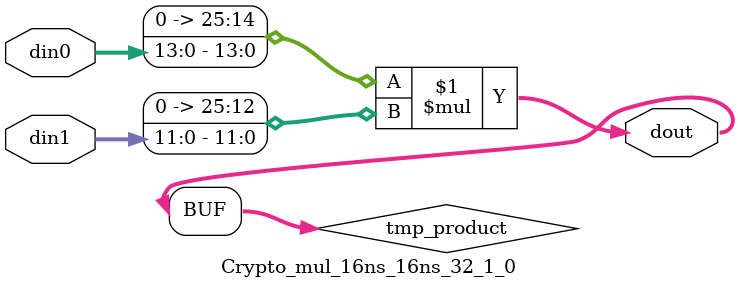
<source format=v>

`timescale 1 ns / 1 ps

  module Crypto_mul_16ns_16ns_32_1_0(din0, din1, dout);
parameter ID = 1;
parameter NUM_STAGE = 0;
parameter din0_WIDTH = 14;
parameter din1_WIDTH = 12;
parameter dout_WIDTH = 26;

input [din0_WIDTH - 1 : 0] din0; 
input [din1_WIDTH - 1 : 0] din1; 
output [dout_WIDTH - 1 : 0] dout;

wire signed [dout_WIDTH - 1 : 0] tmp_product;










assign tmp_product = $signed({1'b0, din0}) * $signed({1'b0, din1});











assign dout = tmp_product;







endmodule

</source>
